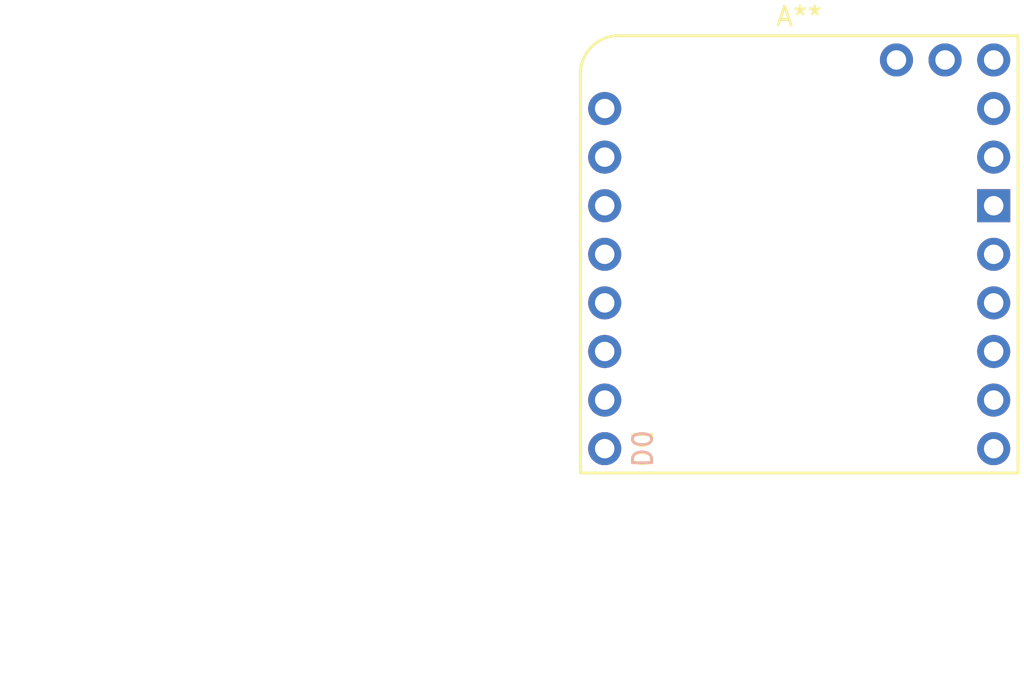
<source format=kicad_pcb>
(kicad_pcb (version 20241229) (generator "pcbnew") (generator_version "9.0")
  (layers (0 "F.Cu" signal) (2 "B.Cu" signal) (13 "F.Paste" user) (15 "B.Paste" user) (5 "F.SilkS" user "F.Silkscreen") (7 "B.SilkS" user "B.Silkscreen") (1 "F.Mask" user) (3 "B.Mask" user) (25 "Edge.Cuts" user))
  (net 0 "")
  (footprint "Favorites:Arduino_Nicla_Vision_Socket" (layer "F.Cu") (at 159.45 62.73)
    (property "Reference" "A**" (at 11.43 -1.016 0) (layer "F.SilkS"))
    (property "Value" "Arduino_Nicla_Vision_Socket")
    (fp_line (start 0 22.86) (end 0 2) (stroke (width 0.15)) (layer "F.SilkS"))
    (fp_line (start 0 22.86) (end 22.86 22.86) (stroke (width 0.15)) (layer "F.SilkS"))
    (fp_line (start 2 0) (end 22.86 0) (stroke (width 0.15)) (layer "F.SilkS"))
    (fp_line (start 22.86 0) (end 22.86 22.86) (stroke (width 0.15)) (layer "F.SilkS"))
    (fp_arc (start 0 2) (mid 0.585786 0.585786) (end 2 0) (stroke (width 0.15)) (layer "F.SilkS"))
    (fp_text user "D0" (at 3.175 21.59 270) (layer "F.SilkS"))
    (fp_text user "D0" (at 3.175 21.59 270) (layer "B.SilkS") (effects (justify mirror)))
    (pad "" thru_hole circle (at 21.59 3.81) (size 1.7272 1.7272) (drill 1.016) (layers "*.Cu" "*.Mask"))
    (pad "A0" thru_hole circle (at 1.27 3.81) (size 1.7272 1.7272) (drill 1.016) (layers "*.Cu" "*.Mask"))
    (pad "A1" thru_hole circle (at 1.27 6.35) (size 1.7272 1.7272) (drill 1.016) (layers "*.Cu" "*.Mask"))
    (pad "A2" thru_hole circle (at 1.27 19.05) (size 1.7272 1.7272) (drill 1.016) (layers "*.Cu" "*.Mask"))
    (pad "D0" thru_hole circle (at 1.27 21.59) (size 1.7272 1.7272) (drill 1.016) (layers "*.Cu" "*.Mask"))
    (pad "D1" thru_hole circle (at 21.59 16.51) (size 1.7272 1.7272) (drill 1.016) (layers "*.Cu" "*.Mask"))
    (pad "D2" thru_hole circle (at 21.59 13.97) (size 1.7272 1.7272) (drill 1.016) (layers "*.Cu" "*.Mask"))
    (pad "D3" thru_hole circle (at 21.59 11.43) (size 1.7272 1.7272) (drill 1.016) (layers "*.Cu" "*.Mask"))
    (pad "D7" thru_hole circle (at 1.27 16.51) (size 1.7272 1.7272) (drill 1.016) (layers "*.Cu" "*.Mask"))
    (pad "D8" thru_hole circle (at 1.27 13.97) (size 1.7272 1.7272) (drill 1.016) (layers "*.Cu" "*.Mask"))
    (pad "D9" thru_hole circle (at 1.27 8.89) (size 1.7272 1.7272) (drill 1.016) (layers "*.Cu" "*.Mask"))
    (pad "D10" thru_hole circle (at 1.27 11.43) (size 1.7272 1.7272) (drill 1.016) (layers "*.Cu" "*.Mask"))
    (pad "D11" thru_hole circle (at 21.59 21.59) (size 1.7272 1.7272) (drill 1.016) (layers "*.Cu" "*.Mask"))
    (pad "D12" thru_hole circle (at 21.59 19.05) (size 1.7272 1.7272) (drill 1.016) (layers "*.Cu" "*.Mask"))
    (pad "GND" thru_hole rect (at 21.59 8.89) (size 1.7272 1.7272) (drill 1.016) (layers "*.Cu" "*.Mask"))
    (pad "NTC" thru_hole circle (at 19.05 1.27) (size 1.7272 1.7272) (drill 1.016) (layers "*.Cu" "*.Mask"))
    (pad "VBAT" thru_hole circle (at 16.51 1.27) (size 1.7272 1.7272) (drill 1.016) (layers "*.Cu" "*.Mask"))
    (pad "VDIO" thru_hole circle (at 21.59 6.35) (size 1.7272 1.7272) (drill 1.016) (layers "*.Cu" "*.Mask"))
    (pad "VIN" thru_hole circle (at 21.59 1.27) (size 1.7272 1.7272) (drill 1.016) (layers "*.Cu" "*.Mask"))
  )
)
</source>
